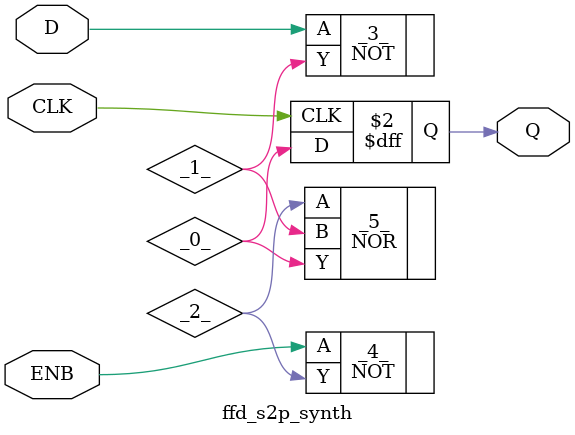
<source format=v>
/* Generated by Yosys 0.7 (git sha1 61f6811, gcc 6.2.0-11ubuntu1 -O2 -fdebug-prefix-map=/build/yosys-OIL3SR/yosys-0.7=. -fstack-protector-strong -fPIC -Os) */

module ffd_s2p_synth(CLK, D, ENB, Q);
  wire _0_;
  wire _1_;
  wire _2_;
  input CLK;
  input D;
  input ENB;
  output Q;
  reg Q;
  NOT _3_ (
    .A(D),
    .Y(_1_)
  );
  NOT _4_ (
    .A(ENB),
    .Y(_2_)
  );
  NOR _5_ (
    .A(_2_),
    .B(_1_),
    .Y(_0_)
  );
  always @(posedge CLK)
      Q <= _0_;
endmodule

</source>
